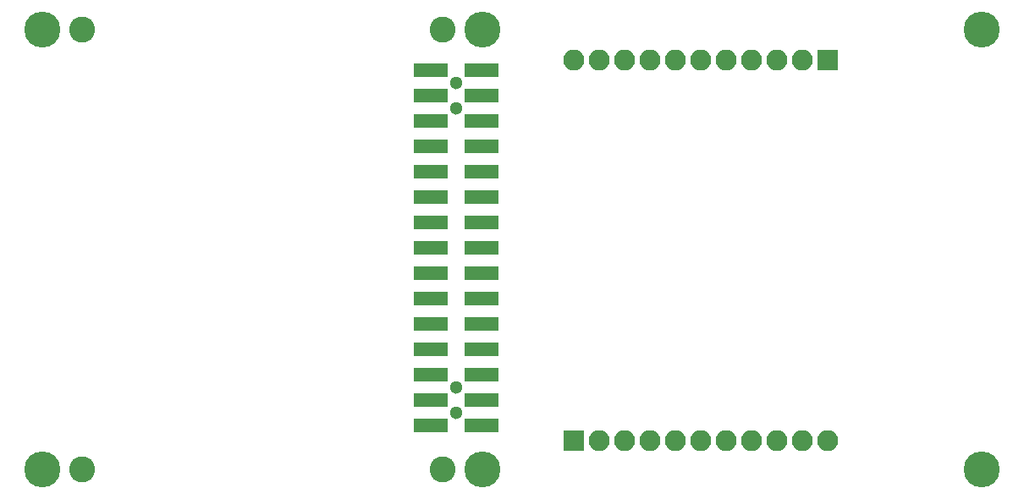
<source format=gbr>
G04 #@! TF.GenerationSoftware,KiCad,Pcbnew,5.0.0-fee4fd1~65~ubuntu17.10.1*
G04 #@! TF.CreationDate,2018-07-21T10:10:14+09:00*
G04 #@! TF.ProjectId,M5StackSideBB,4D35537461636B5369646542422E6B69,rev?*
G04 #@! TF.SameCoordinates,Original*
G04 #@! TF.FileFunction,Soldermask,Bot*
G04 #@! TF.FilePolarity,Negative*
%FSLAX46Y46*%
G04 Gerber Fmt 4.6, Leading zero omitted, Abs format (unit mm)*
G04 Created by KiCad (PCBNEW 5.0.0-fee4fd1~65~ubuntu17.10.1) date Sat Jul 21 10:10:14 2018*
%MOMM*%
%LPD*%
G01*
G04 APERTURE LIST*
%ADD10R,3.400000X1.400000*%
%ADD11C,1.300000*%
%ADD12C,3.600000*%
%ADD13C,2.600000*%
%ADD14R,2.100000X2.100000*%
%ADD15O,2.100000X2.100000*%
G04 APERTURE END LIST*
D10*
G04 #@! TO.C,J4*
X146894000Y-92608400D03*
X141854000Y-92608400D03*
X146894000Y-90068400D03*
X141854000Y-90068400D03*
X146894000Y-87528400D03*
X141854000Y-87528400D03*
X146894000Y-84988400D03*
X141854000Y-84988400D03*
X146894000Y-82448400D03*
X141854000Y-82448400D03*
X146894000Y-79908400D03*
X141854000Y-79908400D03*
X146894000Y-77368400D03*
X141854000Y-77368400D03*
X146894000Y-74828400D03*
X141854000Y-74828400D03*
X146894000Y-72288400D03*
X141854000Y-72288400D03*
X146894000Y-69748400D03*
X141854000Y-69748400D03*
X146894000Y-67208400D03*
X141854000Y-67208400D03*
X146894000Y-64668400D03*
X141854000Y-64668400D03*
X146894000Y-62128400D03*
X141854000Y-62128400D03*
X146894000Y-59588400D03*
X141854000Y-59588400D03*
X146894000Y-57048400D03*
X141854000Y-57048400D03*
D11*
X144374000Y-58318400D03*
X144374000Y-91338400D03*
G04 #@! TD*
G04 #@! TO.C,J3*
X144374000Y-60858400D03*
X144374000Y-88798400D03*
G04 #@! TD*
D12*
G04 #@! TO.C,REF1*
X103000000Y-53000000D03*
G04 #@! TD*
G04 #@! TO.C,REF4*
X147000000Y-53000000D03*
G04 #@! TD*
G04 #@! TO.C,REF6*
X103000000Y-97000000D03*
G04 #@! TD*
G04 #@! TO.C,REF9*
X147000000Y-97000000D03*
G04 #@! TD*
D13*
G04 #@! TO.C,REF2*
X107000000Y-53000000D03*
G04 #@! TD*
G04 #@! TO.C,REF3*
X143000000Y-53000000D03*
G04 #@! TD*
G04 #@! TO.C,REF7*
X107000000Y-97000000D03*
G04 #@! TD*
G04 #@! TO.C,REF8*
X143000000Y-97000000D03*
G04 #@! TD*
D12*
G04 #@! TO.C,REF5*
X197000000Y-53000000D03*
G04 #@! TD*
G04 #@! TO.C,REF10*
X197000000Y-97000000D03*
G04 #@! TD*
D14*
G04 #@! TO.C,J1*
X181585000Y-56070000D03*
D15*
X179045000Y-56070000D03*
X176505000Y-56070000D03*
X173965000Y-56070000D03*
X171425000Y-56070000D03*
X168885000Y-56070000D03*
X166345000Y-56070000D03*
X163805000Y-56070000D03*
X161265000Y-56070000D03*
X158725000Y-56070000D03*
X156185000Y-56070000D03*
G04 #@! TD*
G04 #@! TO.C,J2*
X181585000Y-94170000D03*
X179045000Y-94170000D03*
X176505000Y-94170000D03*
X173965000Y-94170000D03*
X171425000Y-94170000D03*
X168885000Y-94170000D03*
X166345000Y-94170000D03*
X163805000Y-94170000D03*
X161265000Y-94170000D03*
X158725000Y-94170000D03*
D14*
X156185000Y-94170000D03*
G04 #@! TD*
M02*

</source>
